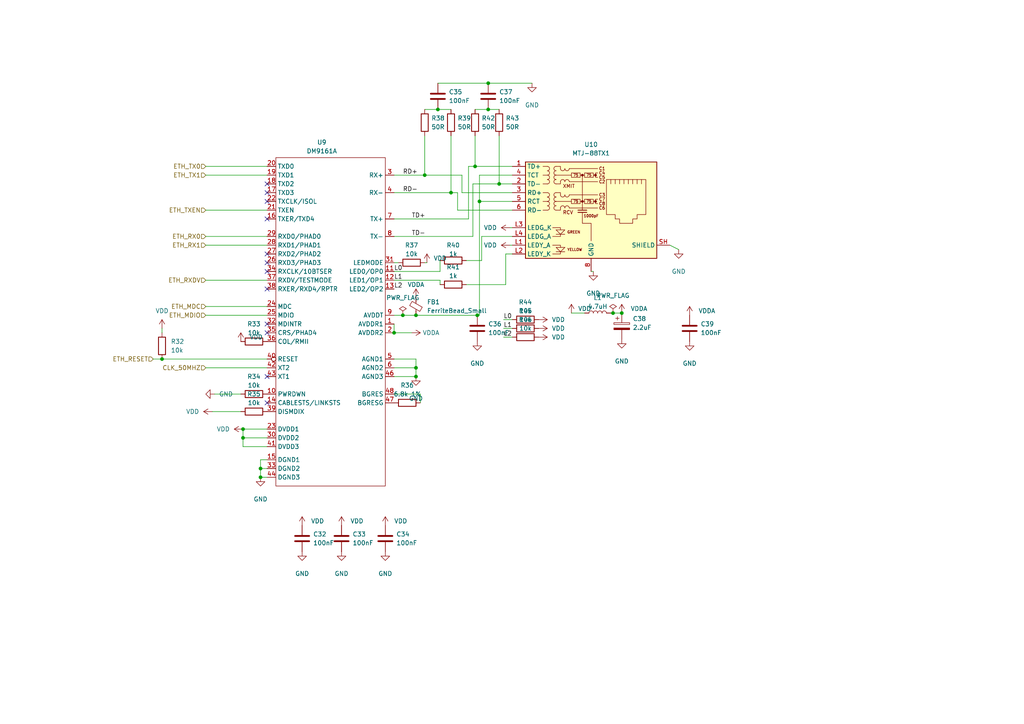
<source format=kicad_sch>
(kicad_sch (version 20211123) (generator eeschema)
  (paper "A4")
  (lib_symbols
    (symbol "Device:C" (pin_numbers hide) (pin_names (offset 0.254))
      (property "Reference" "C" (at 0.635 2.54 0))
      (property "Value" "C" (at 0.635 -2.54 0))
      (symbol "C_0_1"
        (polyline (pts (xy -2.032 -0.762) (xy 2.032 -0.762)) (stroke (width 0.508)))
        (polyline (pts (xy -2.032 0.762) (xy 2.032 0.762)) (stroke (width 0.508)))
      )
      (symbol "C_1_1"
        (pin passive line (at 0 3.81 270) (length 2.794) (name "~") (number "1"))
        (pin passive line (at 0 -3.81 90) (length 2.794) (name "~") (number "2"))
      )
    )
    (symbol "Device:C_Polarized" (pin_numbers hide) (pin_names (offset 0.254))
      (property "Reference" "C" (at 0.635 2.54 0))
      (property "Value" "C_Polarized" (at 0.635 -2.54 0))
      (symbol "C_Polarized_0_1"
        (rectangle (start -2.286 0.508) (end 2.286 1.016))
        (polyline (pts (xy -1.778 2.286) (xy -0.762 2.286)))
        (polyline (pts (xy -1.27 2.794) (xy -1.27 1.778)))
        (rectangle (start 2.286 -0.508) (end -2.286 -1.016) (fill (type outline)))
      )
      (symbol "C_Polarized_1_1"
        (pin passive line (at 0 3.81 270) (length 2.794) (name "~") (number "1"))
        (pin passive line (at 0 -3.81 90) (length 2.794) (name "~") (number "2"))
      )
    )
    (symbol "Device:FerriteBead_Small" (pin_numbers hide) (pin_names (offset 0))
      (property "Reference" "FB" (at 1.905 1.27 0))
      (property "Value" "FerriteBead_Small" (at 1.905 -1.27 0))
      (symbol "FerriteBead_Small_0_1"
        (polyline (pts (xy 0 -1.27) (xy 0 -0.7874)))
        (polyline (pts (xy 0 0.889) (xy 0 1.2954)))
        (polyline (pts (xy -1.8288 0.2794) (xy -1.1176 1.4986) (xy 1.8288 -0.2032) (xy 1.1176 -1.4224) (xy -1.8288 0.2794)))
      )
      (symbol "FerriteBead_Small_1_1"
        (pin passive line (at 0 2.54 270) (length 1.27) (name "~") (number "1"))
        (pin passive line (at 0 -2.54 90) (length 1.27) (name "~") (number "2"))
      )
    )
    (symbol "Device:L" (pin_numbers hide) (pin_names (offset 1.016) hide)
      (property "Reference" "L" (at -1.27 0 90))
      (property "Value" "L" (at 1.905 0 90))
      (symbol "L_0_1"
        (arc (start 0 -2.54) (mid 0.635 -1.905) (end 0 -1.27))
        (arc (start 0 -1.27) (mid 0.635 -0.635) (end 0 0))
        (arc (start 0 0) (mid 0.635 0.635) (end 0 1.27))
        (arc (start 0 1.27) (mid 0.635 1.905) (end 0 2.54))
      )
      (symbol "L_1_1"
        (pin passive line (at 0 3.81 270) (length 1.27) (name "1") (number "1"))
        (pin passive line (at 0 -3.81 90) (length 1.27) (name "2") (number "2"))
      )
    )
    (symbol "Device:R" (pin_numbers hide) (pin_names (offset 0))
      (property "Reference" "R" (at 2.032 0 90))
      (property "Value" "R" (at 0 0 90))
      (symbol "R_0_1"
        (rectangle (start -1.016 -2.54) (end 1.016 2.54) (stroke (width 0.254)))
      )
      (symbol "R_1_1"
        (pin passive line (at 0 3.81 270) (length 1.27) (name "~") (number "1"))
        (pin passive line (at 0 -3.81 90) (length 1.27) (name "~") (number "2"))
      )
    )
    (symbol "moje:DM9161A"
      (property "Reference" "U" (at 0 -1.27 0))
      (property "Value" "DM9161A" (at 7.62 1.27 0))
      (symbol "DM9161A_0_1"
        (polyline (pts (xy -13.97 46.99) (xy 17.78 46.99) (xy 17.78 -48.26) (xy -13.97 -48.26) (xy -13.97 46.99)))
      )
      (symbol "DM9161A_1_1"
        (pin power_in line (at 20.32 -1.27 180) (length 2.54) (name "AVDDR1") (number "1"))
        (pin bidirectional line (at -16.51 -21.59 0) (length 2.54) (name "PWRDWN") (number "10"))
        (pin bidirectional line (at 20.32 13.97 180) (length 2.54) (name "LED0/OP0") (number "11"))
        (pin bidirectional line (at 20.32 11.43 180) (length 2.54) (name "LED1/OP1") (number "12"))
        (pin bidirectional line (at 20.32 8.89 180) (length 2.54) (name "LED2/OP2") (number "13"))
        (pin bidirectional line (at -16.51 -24.13 0) (length 2.54) (name "CABLESTS/LINKSTS") (number "14"))
        (pin power_in line (at -16.51 -40.64 0) (length 2.54) (name "DGND1") (number "15"))
        (pin input line (at -16.51 29.21 0) (length 2.54) (name "TXER/TXD4") (number "16"))
        (pin input line (at -16.51 36.83 0) (length 2.54) (name "TXD3") (number "17"))
        (pin input line (at -16.51 39.37 0) (length 2.54) (name "TXD2") (number "18"))
        (pin input line (at -16.51 41.91 0) (length 2.54) (name "TXD1") (number "19"))
        (pin power_in line (at 20.32 -3.81 180) (length 2.54) (name "AVDDR2") (number "2"))
        (pin input line (at -16.51 44.45 0) (length 2.54) (name "TXD0") (number "20"))
        (pin input line (at -16.51 31.75 0) (length 2.54) (name "TXEN") (number "21"))
        (pin input line (at -16.51 34.29 0) (length 2.54) (name "TXCLK/ISOL") (number "22"))
        (pin power_in line (at -16.51 -31.75 0) (length 2.54) (name "DVDD1") (number "23"))
        (pin bidirectional line (at -16.51 3.81 0) (length 2.54) (name "MDC") (number "24"))
        (pin bidirectional line (at -16.51 1.27 0) (length 2.54) (name "MDIO") (number "25"))
        (pin output line (at -16.51 16.51 0) (length 2.54) (name "RXD3/PHAD3") (number "26"))
        (pin output line (at -16.51 19.05 0) (length 2.54) (name "RXD2/PHAD2") (number "27"))
        (pin output line (at -16.51 21.59 0) (length 2.54) (name "RXD1/PHAD1") (number "28"))
        (pin output line (at -16.51 24.13 0) (length 2.54) (name "RXD0/PHAD0") (number "29"))
        (pin bidirectional line (at 20.32 41.91 180) (length 2.54) (name "RX+") (number "3"))
        (pin power_in line (at -16.51 -34.29 0) (length 2.54) (name "DVDD2") (number "30"))
        (pin bidirectional line (at 20.32 16.51 180) (length 2.54) (name "LEDMODE") (number "31"))
        (pin bidirectional line (at -16.51 -1.27 0) (length 2.54) (name "MDINTR") (number "32"))
        (pin power_in line (at -16.51 -43.18 0) (length 2.54) (name "DGND2") (number "33"))
        (pin input line (at -16.51 13.97 0) (length 2.54) (name "RXCLK/10BTSER") (number "34"))
        (pin bidirectional line (at -16.51 -3.81 0) (length 2.54) (name "CRS/PHAD4") (number "35"))
        (pin bidirectional line (at -16.51 -6.35 0) (length 2.54) (name "COL/RMII") (number "36"))
        (pin input line (at -16.51 11.43 0) (length 2.54) (name "RXDV/TESTMODE") (number "37"))
        (pin output line (at -16.51 8.89 0) (length 2.54) (name "RXER/RXD4/RPTR") (number "38"))
        (pin bidirectional line (at -16.51 -26.67 0) (length 2.54) (name "DISMDIX") (number "39"))
        (pin bidirectional line (at 20.32 36.83 180) (length 2.54) (name "RX-") (number "4"))
        (pin bidirectional inverted (at -16.51 -11.43 0) (length 2.54) (name "RESET") (number "40"))
        (pin power_in line (at -16.51 -36.83 0) (length 2.54) (name "DVDD3") (number "41"))
        (pin bidirectional line (at -16.51 -13.97 0) (length 2.54) (name "XT2") (number "42"))
        (pin bidirectional line (at -16.51 -16.51 0) (length 2.54) (name "XT1") (number "43"))
        (pin power_in line (at -16.51 -45.72 0) (length 2.54) (name "DGND3") (number "44"))
        (pin power_in line (at 20.32 -16.51 180) (length 2.54) (name "AGND3") (number "46"))
        (pin passive line (at 20.32 -24.13 180) (length 2.54) (name "BGRESG") (number "47"))
        (pin passive line (at 20.32 -21.59 180) (length 2.54) (name "BGRES") (number "48"))
        (pin power_in line (at 20.32 -11.43 180) (length 2.54) (name "AGND1") (number "5"))
        (pin power_in line (at 20.32 -13.97 180) (length 2.54) (name "AGND2") (number "6"))
        (pin bidirectional line (at 20.32 29.21 180) (length 2.54) (name "TX+") (number "7"))
        (pin bidirectional line (at 20.32 24.13 180) (length 2.54) (name "TX-") (number "8"))
        (pin power_in line (at 20.32 1.27 180) (length 2.54) (name "AVDDT") (number "9"))
      )
    )
    (symbol "moje:MTJ-88TX1"
      (property "Reference" "U" (at 0 0 0))
      (property "Value" "MTJ-88TX1" (at 0 0 0))
      (symbol "MTJ-88TX1_0_0"
        (circle (center -2.54 -12.7) (radius 0.254) (stroke (width 0.254)) (fill (type outline)))
        (circle (center -2.54 -5.08) (radius 0.254) (stroke (width 0.254)) (fill (type outline)))
        (polyline (pts (xy -7.62 -27.305) (xy -10.16 -27.305)))
        (polyline (pts (xy -7.62 -22.225) (xy -10.16 -22.225)))
        (polyline (pts (xy -2.54 -5.08) (xy -2.54 -15.24)))
        (polyline (pts (xy -1.27 -15.875) (xy -3.81 -15.875)) (stroke (width 0.254)))
        (polyline (pts (xy -1.27 -15.24) (xy -3.81 -15.24)) (stroke (width 0.254)))
        (polyline (pts (xy 1.27 -12.7) (xy 0.635 -12.7)))
        (polyline (pts (xy 1.27 -5.08) (xy 0.635 -5.08)))
        (polyline (pts (xy -11.176 -27.94) (xy -8.89 -27.94) (xy -8.89 -27.305)))
        (polyline (pts (xy -11.176 -25.4) (xy -8.89 -25.4) (xy -8.89 -26.035)))
        (polyline (pts (xy -11.176 -20.32) (xy -8.89 -20.32) (xy -8.89 -20.955)))
        (polyline (pts (xy -8.89 -22.225) (xy -8.89 -22.86) (xy -11.176 -22.86)))
        (polyline (pts (xy -10.16 -20.955) (xy -7.62 -20.955) (xy -8.89 -22.225) (xy -10.16 -20.955)))
        (polyline (pts (xy -7.62 -26.035) (xy -10.16 -26.035) (xy -8.89 -27.305) (xy -7.62 -26.035)))
        (polyline (pts (xy -2.54 -15.875) (xy -2.54 -19.05) (xy 0 -19.05) (xy 0 -24.13)))
        (polyline (pts (xy 1.905 -12.065) (xy 1.27 -12.065) (xy 1.27 -13.335) (xy 1.905 -13.335)))
        (polyline (pts (xy 1.905 -4.445) (xy 1.27 -4.445) (xy 1.27 -5.715) (xy 1.905 -5.715)))
        (circle (center 1.27 -12.7) (radius 0.254) (stroke (width 0.254)) (fill (type outline)))
        (circle (center 1.27 -5.08) (radius 0.254) (stroke (width 0.254)) (fill (type outline)))
        (text "1000pF" (at 0 -16.891 0) (effects (font (size 0.762 0.762))))
        (text "75" (at -4.445 -12.7 0) (effects (font (size 0.762 0.762))))
        (text "75" (at -4.445 -5.08 0) (effects (font (size 0.762 0.762))))
        (text "75" (at -0.635 -12.7 0) (effects (font (size 0.762 0.762))))
        (text "75" (at -0.635 -5.08 0) (effects (font (size 0.762 0.762))))
        (text "C1" (at 3.175 -3.175 0) (effects (font (size 0.889 0.889))))
        (text "C2" (at 3.175 -6.985 0) (effects (font (size 0.889 0.889))))
        (text "C3" (at 3.175 -10.795 0) (effects (font (size 0.889 0.889))))
        (text "C4" (at 3.175 -4.445 0) (effects (font (size 0.889 0.889))))
        (text "C5" (at 3.175 -5.715 0) (effects (font (size 0.889 0.889))))
        (text "C6" (at 3.175 -14.605 0) (effects (font (size 0.889 0.889))))
        (text "C7" (at 3.175 -12.065 0) (effects (font (size 0.889 0.889))))
        (text "C8" (at 3.175 -13.335 0) (effects (font (size 0.889 0.889))))
        (text "GREEN" (at -6.985 -21.59 0) (effects (font (size 0.762 0.762)) (justify left)))
        (text "RCV" (at -8.255 -15.875 0) (effects (font (size 1.016 1.016)) (justify left)))
        (text "XMIT" (at -8.255 -8.255 0) (effects (font (size 1.016 1.016)) (justify left)))
        (text "YELLOW" (at -6.985 -26.67 0) (effects (font (size 0.762 0.762)) (justify left)))
      )
      (symbol "MTJ-88TX1_0_1"
        (rectangle (start -19.05 -29.21) (end 19.05 -1.27) (stroke (width 0.254)) (fill (type background)))
        (arc (start -12.7 -15.24) (mid -12.065 -14.605) (end -12.7 -13.97))
        (arc (start -12.7 -13.97) (mid -12.065 -13.335) (end -12.7 -12.7))
        (arc (start -12.7 -12.7) (mid -12.065 -12.065) (end -12.7 -11.43))
        (arc (start -12.7 -11.43) (mid -12.065 -10.795) (end -12.7 -10.16))
        (arc (start -12.7 -7.62) (mid -12.065 -6.985) (end -12.7 -6.35))
        (arc (start -12.7 -6.35) (mid -12.065 -5.715) (end -12.7 -5.08))
        (arc (start -12.7 -5.08) (mid -12.065 -4.445) (end -12.7 -3.81))
        (arc (start -12.7 -3.81) (mid -12.065 -3.175) (end -12.7 -2.54))
        (arc (start -10.16 -13.97) (mid -10.795 -14.605) (end -10.16 -15.24))
        (arc (start -10.16 -12.7) (mid -10.795 -13.335) (end -10.16 -13.97))
        (arc (start -10.16 -11.43) (mid -10.795 -12.065) (end -10.16 -12.7))
        (arc (start -10.16 -10.16) (mid -10.795 -10.795) (end -10.16 -11.43))
        (arc (start -10.16 -6.35) (mid -10.795 -6.985) (end -10.16 -7.62))
        (arc (start -10.16 -5.08) (mid -10.795 -5.715) (end -10.16 -6.35))
        (arc (start -10.16 -3.81) (mid -10.795 -4.445) (end -10.16 -5.08))
        (arc (start -10.16 -2.54) (mid -10.795 -3.175) (end -10.16 -3.81))
        (arc (start -8.89 -10.795) (mid -8.255 -11.43) (end -7.62 -10.795))
        (arc (start -8.89 -3.175) (mid -8.255 -3.81) (end -7.62 -3.175))
        (arc (start -7.62 -14.605) (mid -8.255 -13.97) (end -8.89 -14.605))
        (arc (start -7.62 -10.795) (mid -6.985 -11.43) (end -6.35 -10.795))
        (arc (start -7.62 -6.985) (mid -8.255 -6.35) (end -8.89 -6.985))
        (arc (start -7.62 -3.175) (mid -6.985 -3.81) (end -6.35 -3.175))
        (arc (start -6.35 -14.605) (mid -6.985 -13.97) (end -7.62 -14.605))
        (arc (start -6.35 -6.985) (mid -6.985 -6.35) (end -7.62 -6.985))
        (rectangle (start -5.715 -12.065) (end -3.175 -13.335))
        (rectangle (start -5.715 -4.445) (end -3.175 -5.715))
        (rectangle (start -1.905 -12.065) (end 0.635 -13.335))
        (rectangle (start -1.905 -4.445) (end 0.635 -5.715))
        (polyline (pts (xy -12.7 -15.24) (xy -13.97 -15.24)))
        (polyline (pts (xy -12.7 -12.7) (xy -13.97 -12.7)))
        (polyline (pts (xy -12.7 -10.16) (xy -13.97 -10.16)))
        (polyline (pts (xy -12.7 -7.62) (xy -13.97 -7.62)))
        (polyline (pts (xy -12.7 -5.08) (xy -13.97 -5.08)))
        (polyline (pts (xy -12.7 -2.54) (xy -13.97 -2.54)))
        (polyline (pts (xy -6.35 -14.605) (xy 1.905 -14.605)))
        (polyline (pts (xy -6.35 -10.795) (xy 1.905 -10.795)))
        (polyline (pts (xy -6.35 -6.985) (xy 1.905 -6.985)))
        (polyline (pts (xy -6.35 -3.175) (xy 1.905 -3.175)))
        (polyline (pts (xy -5.715 -12.7) (xy -10.16 -12.7)))
        (polyline (pts (xy -5.715 -5.08) (xy -10.16 -5.08)))
        (polyline (pts (xy -3.175 -12.7) (xy -1.905 -12.7)))
        (polyline (pts (xy -3.175 -5.08) (xy -1.905 -5.08)))
        (polyline (pts (xy 5.715 -7.62) (xy 5.715 -6.35)))
        (polyline (pts (xy 6.985 -6.35) (xy 6.985 -7.62)))
        (polyline (pts (xy 8.255 -6.35) (xy 8.255 -7.62)))
        (polyline (pts (xy 9.525 -6.35) (xy 9.525 -7.62)))
        (polyline (pts (xy 10.795 -6.35) (xy 10.795 -7.62)))
        (polyline (pts (xy 12.065 -6.35) (xy 12.065 -7.62)))
        (polyline (pts (xy 13.335 -7.62) (xy 13.335 -6.35)))
        (polyline (pts (xy 14.605 -7.62) (xy 14.605 -6.35)))
        (polyline (pts (xy -10.16 -10.16) (xy -8.89 -10.16) (xy -8.89 -10.795)))
        (polyline (pts (xy -10.16 -2.54) (xy -8.89 -2.54) (xy -8.89 -3.175)))
        (polyline (pts (xy -8.89 -14.605) (xy -8.89 -15.24) (xy -10.16 -15.24)))
        (polyline (pts (xy -8.89 -6.985) (xy -8.89 -7.62) (xy -10.16 -7.62)))
        (polyline (pts (xy 4.445 -6.35) (xy 15.875 -6.35) (xy 15.875 -16.51) (xy 13.335 -16.51) (xy 13.335 -17.78) (xy 12.065 -17.78) (xy 12.065 -19.05) (xy 8.255 -19.05) (xy 8.255 -17.78) (xy 6.985 -17.78) (xy 6.985 -16.51) (xy 4.445 -16.51) (xy 4.445 -6.35)))
      )
      (symbol "MTJ-88TX1_1_1"
        (pin passive line (at -22.86 -2.54 0) (length 3.81) (name "TD+") (number "1"))
        (pin passive line (at -22.86 -7.62 0) (length 3.81) (name "TD-") (number "2"))
        (pin passive line (at -22.86 -10.16 0) (length 3.81) (name "RD+") (number "3"))
        (pin passive line (at -22.86 -5.08 0) (length 3.81) (name "TCT") (number "4"))
        (pin passive line (at -22.86 -12.7 0) (length 3.81) (name "RCT") (number "5"))
        (pin passive line (at -22.86 -15.24 0) (length 3.81) (name "RD-") (number "6"))
        (pin no_connect line (at 5.08 -20.32 0) (length 0) hide (name "NC") (number "7"))
        (pin power_in line (at 0 -33.02 90) (length 3.81) (name "GND") (number "8"))
        (pin passive line (at -22.86 -25.4 0) (length 3.81) (name "LEDY_A") (number "L1"))
        (pin passive line (at -22.86 -27.94 0) (length 3.81) (name "LEDY_K") (number "L2"))
        (pin passive line (at -22.86 -20.32 0) (length 3.81) (name "LEDG_K") (number "L3"))
        (pin passive line (at -22.86 -22.86 0) (length 3.81) (name "LEDG_A") (number "L4"))
        (pin passive line (at 22.86 -25.4 180) (length 3.81) (name "SHIELD") (number "SH"))
      )
    )
    (symbol "power:GND" (power) (pin_names (offset 0))
      (property "Value" "GND" (at 0 -3.81 0))
      (symbol "GND_0_1"
        (polyline (pts (xy 0 0) (xy 0 -1.27) (xy 1.27 -1.27) (xy 0 -2.54) (xy -1.27 -1.27) (xy 0 -1.27)))
      )
      (symbol "GND_1_1"
        (pin power_in line (at 0 0 270) (length 0) hide (name "GND") (number "1"))
      )
    )
    (symbol "power:PWR_FLAG" (power) (pin_numbers hide) (pin_names (offset 0) hide)
      (property "Value" "PWR_FLAG" (at 0 3.81 0))
      (symbol "PWR_FLAG_0_0"
        (pin power_out line (at 0 0 90) (length 0) (name "pwr") (number "1"))
      )
      (symbol "PWR_FLAG_0_1"
        (polyline (pts (xy 0 0) (xy 0 1.27) (xy -1.016 1.905) (xy 0 2.54) (xy 1.016 1.905) (xy 0 1.27)))
      )
    )
    (symbol "power:VDD" (power) (pin_names (offset 0))
      (property "Value" "VDD" (at 0 3.81 0))
      (symbol "VDD_0_1"
        (polyline (pts (xy -0.762 1.27) (xy 0 2.54)))
        (polyline (pts (xy 0 0) (xy 0 2.54)))
        (polyline (pts (xy 0 2.54) (xy 0.762 1.27)))
      )
      (symbol "VDD_1_1"
        (pin power_in line (at 0 0 90) (length 0) hide (name "VDD") (number "1"))
      )
    )
    (symbol "power:VDDA" (power) (pin_names (offset 0))
      (property "Value" "VDDA" (at 0 3.81 0))
      (symbol "VDDA_0_1"
        (polyline (pts (xy -0.762 1.27) (xy 0 2.54)))
        (polyline (pts (xy 0 0) (xy 0 2.54)))
        (polyline (pts (xy 0 2.54) (xy 0.762 1.27)))
      )
      (symbol "VDDA_1_1"
        (pin power_in line (at 0 0 90) (length 0) hide (name "VDDA") (number "1"))
      )
    )
  )
  (junction (at 123.19 50.8))
  (junction (at 130.81 55.88))
  (junction (at 141.605 31.75))
  (junction (at 46.99 104.14))
  (junction (at 114.3 96.52))
  (junction (at 138.43 91.44))
  (junction (at 180.34 90.805))
  (junction (at 127 31.75))
  (junction (at 120.65 109.22))
  (junction (at 120.65 91.44))
  (junction (at 177.8 90.805))
  (junction (at 144.78 53.34))
  (junction (at 120.65 106.68))
  (junction (at 141.605 24.13))
  (junction (at 137.795 48.26))
  (junction (at 139.065 58.42))
  (junction (at 75.565 138.43))
  (junction (at 116.84 91.44))
  (junction (at 70.485 124.46))
  (junction (at 70.485 127))
  (junction (at 75.565 135.89))
  (no_connect (at 77.47 109.22))
  (no_connect (at 77.47 58.42))
  (no_connect (at 77.47 78.74))
  (no_connect (at 77.47 96.52))
  (no_connect (at 77.47 73.66))
  (no_connect (at 77.47 63.5))
  (no_connect (at 77.47 116.84))
  (no_connect (at 77.47 83.82))
  (no_connect (at 77.47 76.2))
  (no_connect (at 77.47 53.34))
  (no_connect (at 77.47 55.88))
  (no_connect (at 77.47 93.98))
  (wire (pts (xy 130.81 55.88) (xy 132.715 55.88)))
  (wire (pts (xy 137.16 53.34) (xy 144.78 53.34)))
  (wire (pts (xy 177.165 90.805) (xy 177.8 90.805)))
  (wire (pts (xy 62.23 114.3) (xy 69.85 114.3)))
  (wire (pts (xy 59.69 48.26) (xy 77.47 48.26)))
  (wire (pts (xy 75.565 135.89) (xy 77.47 135.89)))
  (wire (pts (xy 59.69 91.44) (xy 77.47 91.44)))
  (wire (pts (xy 146.685 82.55) (xy 146.685 73.66)))
  (wire (pts (xy 75.565 135.89) (xy 75.565 138.43)))
  (wire (pts (xy 137.795 48.26) (xy 148.59 48.26)))
  (wire (pts (xy 139.065 58.42) (xy 139.065 91.44)))
  (wire (pts (xy 138.43 91.44) (xy 120.65 91.44)))
  (wire (pts (xy 70.485 129.54) (xy 70.485 127)))
  (wire (pts (xy 137.16 68.58) (xy 137.16 53.34)))
  (wire (pts (xy 139.065 58.42) (xy 148.59 58.42)))
  (wire (pts (xy 70.485 124.46) (xy 77.47 124.46)))
  (wire (pts (xy 127.635 81.28) (xy 127.635 82.55)))
  (wire (pts (xy 171.45 78.74) (xy 172.085 78.74)))
  (wire (pts (xy 133.985 55.88) (xy 148.59 55.88)))
  (wire (pts (xy 127 31.75) (xy 130.81 31.75)))
  (wire (pts (xy 114.3 63.5) (xy 135.89 63.5)))
  (wire (pts (xy 127 24.13) (xy 141.605 24.13)))
  (wire (pts (xy 146.05 92.71) (xy 148.59 92.71)))
  (wire (pts (xy 59.69 71.12) (xy 77.47 71.12)))
  (wire (pts (xy 139.7 68.58) (xy 148.59 68.58)))
  (wire (pts (xy 59.69 60.96) (xy 77.47 60.96)))
  (wire (pts (xy 139.065 50.8) (xy 139.065 58.42)))
  (wire (pts (xy 119.38 96.52) (xy 114.3 96.52)))
  (wire (pts (xy 120.65 104.14) (xy 120.65 106.68)))
  (wire (pts (xy 141.605 24.13) (xy 154.305 24.13)))
  (wire (pts (xy 114.3 55.88) (xy 130.81 55.88)))
  (wire (pts (xy 116.84 91.44) (xy 114.3 91.44)))
  (wire (pts (xy 70.485 127) (xy 70.485 124.46)))
  (wire (pts (xy 139.065 91.44) (xy 138.43 91.44)))
  (wire (pts (xy 46.99 104.14) (xy 44.45 104.14)))
  (wire (pts (xy 146.685 73.66) (xy 148.59 73.66)))
  (wire (pts (xy 194.31 71.12) (xy 196.85 72.39)))
  (wire (pts (xy 132.715 60.96) (xy 148.59 60.96)))
  (wire (pts (xy 114.3 50.8) (xy 123.19 50.8)))
  (wire (pts (xy 77.47 129.54) (xy 70.485 129.54)))
  (wire (pts (xy 148.59 50.8) (xy 139.065 50.8)))
  (wire (pts (xy 135.89 63.5) (xy 135.89 48.26)))
  (wire (pts (xy 148.59 66.04) (xy 147.955 66.04)))
  (wire (pts (xy 46.99 104.14) (xy 77.47 104.14)))
  (wire (pts (xy 59.69 68.58) (xy 77.47 68.58)))
  (wire (pts (xy 114.3 76.2) (xy 115.57 76.2)))
  (wire (pts (xy 75.565 133.35) (xy 75.565 135.89)))
  (wire (pts (xy 127.635 78.74) (xy 127.635 75.565)))
  (wire (pts (xy 114.3 68.58) (xy 137.16 68.58)))
  (wire (pts (xy 146.05 97.79) (xy 148.59 97.79)))
  (wire (pts (xy 137.795 31.75) (xy 141.605 31.75)))
  (wire (pts (xy 165.735 90.805) (xy 169.545 90.805)))
  (wire (pts (xy 114.3 106.68) (xy 120.65 106.68)))
  (wire (pts (xy 132.715 55.88) (xy 132.715 60.96)))
  (wire (pts (xy 123.19 39.37) (xy 123.19 50.8)))
  (wire (pts (xy 135.89 48.26) (xy 137.795 48.26)))
  (wire (pts (xy 75.565 138.43) (xy 77.47 138.43)))
  (wire (pts (xy 59.69 50.8) (xy 77.47 50.8)))
  (wire (pts (xy 139.7 75.565) (xy 139.7 68.58)))
  (wire (pts (xy 114.3 104.14) (xy 120.65 104.14)))
  (wire (pts (xy 144.78 53.34) (xy 148.59 53.34)))
  (wire (pts (xy 120.65 106.68) (xy 120.65 109.22)))
  (wire (pts (xy 59.69 106.68) (xy 77.47 106.68)))
  (wire (pts (xy 77.47 133.35) (xy 75.565 133.35)))
  (wire (pts (xy 135.255 82.55) (xy 146.685 82.55)))
  (wire (pts (xy 144.78 39.37) (xy 144.78 53.34)))
  (wire (pts (xy 59.69 81.28) (xy 77.47 81.28)))
  (wire (pts (xy 148.59 71.12) (xy 147.955 71.12)))
  (wire (pts (xy 114.3 109.22) (xy 120.65 109.22)))
  (wire (pts (xy 70.485 127) (xy 77.47 127)))
  (wire (pts (xy 133.985 50.8) (xy 133.985 55.88)))
  (wire (pts (xy 114.3 114.3) (xy 121.92 114.3)))
  (wire (pts (xy 120.65 91.44) (xy 116.84 91.44)))
  (wire (pts (xy 146.05 95.25) (xy 148.59 95.25)))
  (wire (pts (xy 121.92 114.3) (xy 121.92 116.84)))
  (wire (pts (xy 46.99 95.25) (xy 46.99 96.52)))
  (wire (pts (xy 61.595 119.38) (xy 69.85 119.38)))
  (wire (pts (xy 114.3 81.28) (xy 127.635 81.28)))
  (wire (pts (xy 114.3 93.98) (xy 114.3 96.52)))
  (wire (pts (xy 114.3 78.74) (xy 127.635 78.74)))
  (wire (pts (xy 123.19 50.8) (xy 133.985 50.8)))
  (wire (pts (xy 59.69 88.9) (xy 77.47 88.9)))
  (wire (pts (xy 123.19 31.75) (xy 127 31.75)))
  (wire (pts (xy 177.8 90.805) (xy 180.34 90.805)))
  (wire (pts (xy 141.605 31.75) (xy 144.78 31.75)))
  (wire (pts (xy 137.795 39.37) (xy 137.795 48.26)))
  (wire (pts (xy 130.81 39.37) (xy 130.81 55.88)))
  (wire (pts (xy 123.19 76.2) (xy 123.825 76.2)))
  (wire (pts (xy 135.255 75.565) (xy 139.7 75.565)))
  (label "TD-" (at 119.38 68.58 0))
  (label "L1" (at 146.05 95.25 0))
  (label "L0" (at 114.3 78.74 0))
  (label "RD+" (at 116.84 50.8 0))
  (label "L0" (at 146.05 92.71 0))
  (label "L2" (at 114.3 83.82 0))
  (label "RD-" (at 116.84 55.88 0))
  (label "L1" (at 114.3 81.28 0))
  (label "TD+" (at 119.38 63.5 0))
  (label "L2" (at 146.05 97.79 0))
  (hierarchical_label "ETH_MDC" (shape input) (at 59.69 88.9 180))
  (hierarchical_label "ETH_TX0" (shape input) (at 59.69 48.26 180))
  (hierarchical_label "ETH_RX1" (shape input) (at 59.69 71.12 180))
  (hierarchical_label "ETH_TX1" (shape input) (at 59.69 50.8 180))
  (hierarchical_label "ETH_MDIO" (shape input) (at 59.69 91.44 180))
  (hierarchical_label "CLK_50MHZ" (shape input) (at 59.69 106.68 180))
  (hierarchical_label "ETH_TXEN" (shape input) (at 59.69 60.96 180))
  (hierarchical_label "ETH_RESET" (shape input) (at 44.45 104.14 180))
  (hierarchical_label "ETH_RX0" (shape input) (at 59.69 68.58 180))
  (hierarchical_label "ETH_RXDV" (shape input) (at 59.69 81.28 180))
  (symbol (lib_id "Device:R") (at 73.66 119.38 90) (unit 1)
    (property "Reference" "R35" (at 73.66 114.3 90))
    (property "Value" "10k" (at 73.66 116.84 90))
    (property "Footprint" "Resistor_SMD:R_0805_2012Metric_Pad1.20x1.40mm_HandSolder" (effects hide))
  )
  (symbol (lib_id "power:GND") (at 111.76 160.02 0) (unit 1)
    (property "Reference" "#PWR0251" (effects hide))
    (property "Value" "GND" (at 111.76 166.37 0))
  )
  (symbol (lib_id "Device:R") (at 144.78 35.56 0) (unit 1)
    (property "Reference" "R43" (at 146.685 34.2899 0) (effects (justify left)))
    (property "Value" "50R" (at 146.685 36.8299 0) (effects (justify left)))
    (property "Footprint" "Resistor_SMD:R_0805_2012Metric_Pad1.20x1.40mm_HandSolder" (effects hide))
  )
  (symbol (lib_id "power:PWR_FLAG") (at 177.8 90.805 0) (unit 1)
    (property "Reference" "#FLG0104" (effects hide))
    (property "Value" "PWR_FLAG" (at 177.8 85.725 0))
  )
  (symbol (lib_id "power:VDD") (at 70.485 124.46 90) (unit 1)
    (property "Reference" "#PWR0242" (effects hide))
    (property "Value" "VDD" (at 66.675 124.4599 90) (effects (justify left)))
  )
  (symbol (lib_id "moje:DM9161A") (at 93.98 92.71 0) (unit 1)
    (property "Reference" "U9" (at 93.345 41.275 0))
    (property "Value" "DM9161A" (at 93.345 43.815 0))
    (property "Footprint" "Package_QFP:LQFP-48_7x7mm_P0.5mm" (effects hide))
  )
  (symbol (lib_id "power:VDD") (at 147.955 66.04 90) (unit 1)
    (property "Reference" "#PWR0245" (effects hide))
    (property "Value" "VDD" (at 144.145 66.0399 90) (effects (justify left)))
  )
  (symbol (lib_id "Device:C_Polarized") (at 180.34 94.615 0) (unit 1)
    (property "Reference" "C38" (at 183.515 92.4559 0) (effects (justify left)))
    (property "Value" "2.2uF" (at 183.515 94.9959 0) (effects (justify left)))
    (property "Footprint" "Capacitor_Tantalum_SMD:CP_EIA-3216-18_Kemet-A" (effects hide))
  )
  (symbol (lib_id "power:GND") (at 154.305 24.13 0) (unit 1)
    (property "Reference" "#PWR0236" (effects hide))
    (property "Value" "GND" (at 154.305 30.48 0))
  )
  (symbol (lib_id "Device:R") (at 119.38 76.2 90) (unit 1)
    (property "Reference" "R37" (at 119.38 71.12 90))
    (property "Value" "10k" (at 119.38 73.66 90))
    (property "Footprint" "Resistor_SMD:R_0805_2012Metric_Pad1.20x1.40mm_HandSolder" (effects hide))
  )
  (symbol (lib_id "power:VDD") (at 111.76 152.4 0) (unit 1)
    (property "Reference" "#PWR0250" (effects hide))
    (property "Value" "VDD" (at 114.3 151.1299 0) (effects (justify left)))
  )
  (symbol (lib_id "power:VDD") (at 156.21 92.71 270) (unit 1)
    (property "Reference" "#PWR0262" (effects hide))
    (property "Value" "VDD" (at 160.02 92.7099 90) (effects (justify left)))
  )
  (symbol (lib_id "Device:C") (at 127 27.94 0) (unit 1)
    (property "Reference" "C35" (at 130.175 26.6699 0) (effects (justify left)))
    (property "Value" "100nF" (at 130.175 29.2099 0) (effects (justify left)))
    (property "Footprint" "Capacitor_SMD:C_0603_1608Metric_Pad1.08x0.95mm_HandSolder" (effects hide))
  )
  (symbol (lib_id "power:VDDA") (at 180.34 90.805 0) (unit 1)
    (property "Reference" "#PWR0259" (effects hide))
    (property "Value" "VDDA" (at 182.88 89.5349 0) (effects (justify left)))
  )
  (symbol (lib_id "Device:R") (at 73.66 99.06 90) (unit 1)
    (property "Reference" "R33" (at 73.66 93.98 90))
    (property "Value" "10k" (at 73.66 96.52 90))
    (property "Footprint" "Resistor_SMD:R_0805_2012Metric_Pad1.20x1.40mm_HandSolder" (effects hide))
  )
  (symbol (lib_id "power:GND") (at 172.085 78.74 0) (unit 1)
    (property "Reference" "#PWR0261" (effects hide))
    (property "Value" "GND" (at 172.085 85.09 0))
  )
  (symbol (lib_id "Device:R") (at 46.99 100.33 0) (unit 1)
    (property "Reference" "R32" (at 49.53 99.0599 0) (effects (justify left)))
    (property "Value" "10k" (at 49.53 101.5999 0) (effects (justify left)))
    (property "Footprint" "Resistor_SMD:R_0805_2012Metric_Pad1.20x1.40mm_HandSolder" (effects hide))
  )
  (symbol (lib_id "Device:L") (at 173.355 90.805 90) (unit 1)
    (property "Reference" "L1" (at 173.355 86.36 90))
    (property "Value" "4.7uH" (at 173.355 88.9 90))
    (property "Footprint" "Inductor_SMD:L_1806_4516Metric_Pad1.45x1.90mm_HandSolder" (effects hide))
  )
  (symbol (lib_id "power:VDD") (at 156.21 95.25 270) (unit 1)
    (property "Reference" "#PWR0264" (effects hide))
    (property "Value" "VDD" (at 160.02 95.2499 90) (effects (justify left)))
  )
  (symbol (lib_id "Device:R") (at 131.445 75.565 90) (unit 1)
    (property "Reference" "R40" (at 131.445 71.12 90))
    (property "Value" "1k" (at 131.445 73.66 90))
    (property "Footprint" "Resistor_SMD:R_0805_2012Metric_Pad1.20x1.40mm_HandSolder" (effects hide))
  )
  (symbol (lib_id "Device:R") (at 137.795 35.56 0) (unit 1)
    (property "Reference" "R42" (at 139.7 34.2899 0) (effects (justify left)))
    (property "Value" "50R" (at 139.7 36.8299 0) (effects (justify left)))
    (property "Footprint" "Resistor_SMD:R_0805_2012Metric_Pad1.20x1.40mm_HandSolder" (effects hide))
  )
  (symbol (lib_id "power:GND") (at 138.43 99.06 0) (unit 1)
    (property "Reference" "#PWR0238" (effects hide))
    (property "Value" "GND" (at 138.43 105.41 0))
  )
  (symbol (lib_id "Device:R") (at 152.4 95.25 90) (unit 1)
    (property "Reference" "R45" (at 152.4 90.17 90))
    (property "Value" "10k" (at 152.4 92.71 90))
    (property "Footprint" "Resistor_SMD:R_0805_2012Metric_Pad1.20x1.40mm_HandSolder" (effects hide))
  )
  (symbol (lib_id "Device:C") (at 138.43 95.25 0) (unit 1)
    (property "Reference" "C36" (at 141.605 93.9799 0) (effects (justify left)))
    (property "Value" "100nF" (at 141.605 96.5199 0) (effects (justify left)))
    (property "Footprint" "Capacitor_SMD:C_0603_1608Metric_Pad1.08x0.95mm_HandSolder" (effects hide))
  )
  (symbol (lib_id "Device:R") (at 73.66 114.3 90) (unit 1)
    (property "Reference" "R34" (at 73.66 109.22 90))
    (property "Value" "10k" (at 73.66 111.76 90))
    (property "Footprint" "Resistor_SMD:R_0805_2012Metric_Pad1.20x1.40mm_HandSolder" (effects hide))
  )
  (symbol (lib_id "moje:MTJ-88TX1") (at 171.45 45.72 0) (unit 1)
    (property "Reference" "U10" (at 171.45 41.91 0))
    (property "Value" "MTJ-88TX1" (at 171.45 44.45 0))
    (property "Footprint" "moje:MTJ-88TX1-FSP" (effects hide))
  )
  (symbol (lib_id "Device:C") (at 87.63 156.21 0) (unit 1)
    (property "Reference" "C32" (at 90.805 154.9399 0) (effects (justify left)))
    (property "Value" "100nF" (at 90.805 157.4799 0) (effects (justify left)))
    (property "Footprint" "Capacitor_SMD:C_0603_1608Metric_Pad1.08x0.95mm_HandSolder" (effects hide))
  )
  (symbol (lib_id "power:VDD") (at 87.63 152.4 0) (unit 1)
    (property "Reference" "#PWR0254" (effects hide))
    (property "Value" "VDD" (at 90.17 151.1299 0) (effects (justify left)))
  )
  (symbol (lib_id "Device:C") (at 141.605 27.94 0) (unit 1)
    (property "Reference" "C37" (at 144.78 26.6699 0) (effects (justify left)))
    (property "Value" "100nF" (at 144.78 29.2099 0) (effects (justify left)))
    (property "Footprint" "Capacitor_SMD:C_0603_1608Metric_Pad1.08x0.95mm_HandSolder" (effects hide))
  )
  (symbol (lib_id "power:VDDA") (at 119.38 96.52 270) (unit 1)
    (property "Reference" "#PWR0247" (effects hide))
    (property "Value" "VDDA" (at 122.555 96.5199 90) (effects (justify left)))
  )
  (symbol (lib_id "power:GND") (at 180.34 98.425 0) (unit 1)
    (property "Reference" "#PWR0256" (effects hide))
    (property "Value" "GND" (at 180.34 104.775 0))
  )
  (symbol (lib_id "power:VDD") (at 46.99 95.25 0) (unit 1)
    (property "Reference" "#PWR0248" (effects hide))
    (property "Value" "VDD" (at 46.99 90.17 0))
  )
  (symbol (lib_id "Device:C") (at 99.06 156.21 0) (unit 1)
    (property "Reference" "C33" (at 102.235 154.9399 0) (effects (justify left)))
    (property "Value" "100nF" (at 102.235 157.4799 0) (effects (justify left)))
    (property "Footprint" "Capacitor_SMD:C_0603_1608Metric_Pad1.08x0.95mm_HandSolder" (effects hide))
  )
  (symbol (lib_id "power:GND") (at 196.85 72.39 0) (unit 1)
    (property "Reference" "#PWR0260" (effects hide))
    (property "Value" "GND" (at 196.85 78.74 0))
  )
  (symbol (lib_id "power:GND") (at 200.025 99.06 0) (unit 1)
    (property "Reference" "#PWR0257" (effects hide))
    (property "Value" "GND" (at 200.025 105.41 0))
  )
  (symbol (lib_id "power:PWR_FLAG") (at 116.84 91.44 0) (unit 1)
    (property "Reference" "#FLG0103" (effects hide))
    (property "Value" "PWR_FLAG" (at 116.84 86.36 0))
  )
  (symbol (lib_id "Device:R") (at 152.4 92.71 90) (unit 1)
    (property "Reference" "R44" (at 152.4 87.63 90))
    (property "Value" "10k" (at 152.4 90.17 90))
    (property "Footprint" "Resistor_SMD:R_0805_2012Metric_Pad1.20x1.40mm_HandSolder" (effects hide))
  )
  (symbol (lib_id "power:VDD") (at 123.825 76.2 0) (unit 1)
    (property "Reference" "#PWR0246" (effects hide))
    (property "Value" "VDD" (at 125.73 74.9299 0) (effects (justify left)))
  )
  (symbol (lib_id "power:GND") (at 120.65 109.22 0) (unit 1)
    (property "Reference" "#PWR0239" (effects hide))
    (property "Value" "GND" (at 120.65 115.57 0))
  )
  (symbol (lib_id "power:GND") (at 75.565 138.43 0) (unit 1)
    (property "Reference" "#PWR0249" (effects hide))
    (property "Value" "GND" (at 75.565 144.78 0))
  )
  (symbol (lib_id "power:VDD") (at 156.21 97.79 270) (unit 1)
    (property "Reference" "#PWR0263" (effects hide))
    (property "Value" "VDD" (at 160.02 97.7899 90) (effects (justify left)))
  )
  (symbol (lib_id "power:GND") (at 99.06 160.02 0) (unit 1)
    (property "Reference" "#PWR0253" (effects hide))
    (property "Value" "GND" (at 99.06 166.37 0))
  )
  (symbol (lib_id "Device:R") (at 130.81 35.56 0) (unit 1)
    (property "Reference" "R39" (at 132.715 34.2899 0) (effects (justify left)))
    (property "Value" "50R" (at 132.715 36.8299 0) (effects (justify left)))
    (property "Footprint" "Resistor_SMD:R_0805_2012Metric_Pad1.20x1.40mm_HandSolder" (effects hide))
  )
  (symbol (lib_id "power:VDD") (at 147.955 71.12 90) (unit 1)
    (property "Reference" "#PWR0244" (effects hide))
    (property "Value" "VDD" (at 144.145 71.1199 90) (effects (justify left)))
  )
  (symbol (lib_id "power:VDDA") (at 120.65 86.36 0) (unit 1)
    (property "Reference" "#PWR0237" (effects hide))
    (property "Value" "VDDA" (at 120.65 82.55 0))
  )
  (symbol (lib_id "power:VDD") (at 61.595 119.38 90) (unit 1)
    (property "Reference" "#PWR0241" (effects hide))
    (property "Value" "VDD" (at 57.785 119.3799 90) (effects (justify left)))
  )
  (symbol (lib_id "power:VDD") (at 99.06 152.4 0) (unit 1)
    (property "Reference" "#PWR0252" (effects hide))
    (property "Value" "VDD" (at 101.6 151.1299 0) (effects (justify left)))
  )
  (symbol (lib_id "power:GND") (at 87.63 160.02 0) (unit 1)
    (property "Reference" "#PWR0255" (effects hide))
    (property "Value" "GND" (at 87.63 166.37 0))
  )
  (symbol (lib_id "power:VDD") (at 165.735 90.805 0) (unit 1)
    (property "Reference" "#PWR0265" (effects hide))
    (property "Value" "VDD" (at 167.64 89.5349 0) (effects (justify left)))
  )
  (symbol (lib_id "Device:C") (at 111.76 156.21 0) (unit 1)
    (property "Reference" "C34" (at 114.935 154.9399 0) (effects (justify left)))
    (property "Value" "100nF" (at 114.935 157.4799 0) (effects (justify left)))
    (property "Footprint" "Capacitor_SMD:C_0603_1608Metric_Pad1.08x0.95mm_HandSolder" (effects hide))
  )
  (symbol (lib_id "power:VDDA") (at 200.025 91.44 0) (unit 1)
    (property "Reference" "#PWR0258" (effects hide))
    (property "Value" "VDDA" (at 202.565 90.1699 0) (effects (justify left)))
  )
  (symbol (lib_id "power:VDD") (at 69.85 99.06 0) (unit 1)
    (property "Reference" "#PWR0243" (effects hide))
    (property "Value" "VDD" (at 72.39 97.7899 0) (effects (justify left)))
  )
  (symbol (lib_id "Device:FerriteBead_Small") (at 120.65 88.9 0) (unit 1)
    (property "Reference" "FB1" (at 123.825 87.5918 0) (effects (justify left)))
    (property "Value" "FerriteBead_Small" (at 123.825 90.1318 0) (effects (justify left)))
    (property "Footprint" "Inductor_SMD:L_1206_3216Metric_Pad1.22x1.90mm_HandSolder" (effects hide))
  )
  (symbol (lib_id "Device:R") (at 118.11 116.84 90) (unit 1)
    (property "Reference" "R36" (at 118.11 111.76 90))
    (property "Value" "6.8k 1%" (at 118.11 114.3 90))
    (property "Footprint" "Resistor_SMD:R_0805_2012Metric_Pad1.20x1.40mm_HandSolder" (effects hide))
  )
  (symbol (lib_id "Device:C") (at 200.025 95.25 0) (unit 1)
    (property "Reference" "C39" (at 203.2 93.9799 0) (effects (justify left)))
    (property "Value" "100nF" (at 203.2 96.5199 0) (effects (justify left)))
    (property "Footprint" "Capacitor_SMD:C_0603_1608Metric_Pad1.08x0.95mm_HandSolder" (effects hide))
  )
  (symbol (lib_id "Device:R") (at 123.19 35.56 0) (unit 1)
    (property "Reference" "R38" (at 125.095 34.2899 0) (effects (justify left)))
    (property "Value" "50R" (at 125.095 36.8299 0) (effects (justify left)))
    (property "Footprint" "Resistor_SMD:R_0805_2012Metric_Pad1.20x1.40mm_HandSolder" (effects hide))
  )
  (symbol (lib_id "Device:R") (at 131.445 82.55 90) (unit 1)
    (property "Reference" "R41" (at 131.445 77.47 90))
    (property "Value" "1k" (at 131.445 80.01 90))
    (property "Footprint" "Resistor_SMD:R_0805_2012Metric_Pad1.20x1.40mm_HandSolder" (effects hide))
  )
  (symbol (lib_id "power:GND") (at 62.23 114.3 270) (unit 1)
    (property "Reference" "#PWR0240" (effects hide))
    (property "Value" "GND" (at 63.5 114.2999 90) (effects (justify left)))
  )
  (symbol (lib_id "Device:R") (at 152.4 97.79 90) (unit 1)
    (property "Reference" "R46" (at 152.4 92.71 90))
    (property "Value" "10k" (at 152.4 95.25 90))
    (property "Footprint" "Resistor_SMD:R_0805_2012Metric_Pad1.20x1.40mm_HandSolder" (effects hide))
  )
)
</source>
